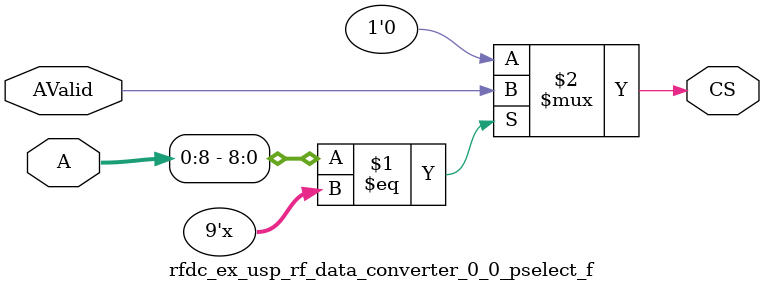
<source format=v>
`timescale 1 ps/1 ps

module rfdc_ex_usp_rf_data_converter_0_0_pselect_f ( A, AValid, CS) ;

parameter C_AB  = 9;
parameter C_AW  = 32;
parameter [0:C_AW - 1] C_BAR =  'bz;
parameter C_FAMILY  = "nofamily";
input[0:C_AW-1] A; 
input AValid; 
output CS; 
wire CS;
parameter [0:C_AB-1]BAR = C_BAR[0:C_AB-1];

//----------------------------------------------------------------------------
// Build a behavioral decoder
//----------------------------------------------------------------------------
generate
if (C_AB > 0) begin : XST_WA
assign CS = (A[0:C_AB - 1] == BAR[0:C_AB - 1]) ? AValid : 1'b0 ;
end
endgenerate

generate
if (C_AB == 0) begin : PASS_ON_GEN
assign CS = AValid ;
end
endgenerate
endmodule

</source>
